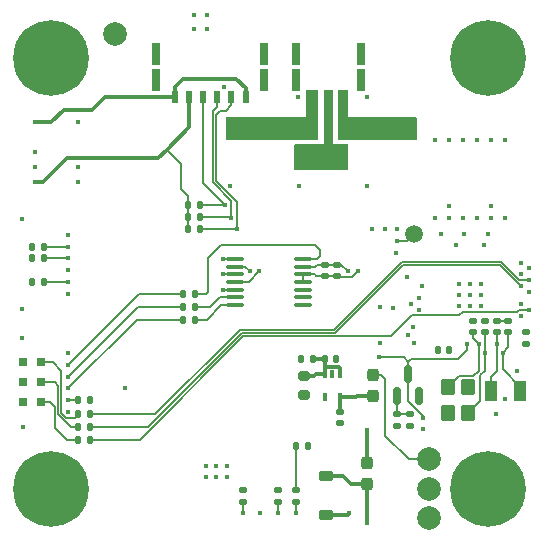
<source format=gbr>
%TF.GenerationSoftware,KiCad,Pcbnew,9.0.3*%
%TF.CreationDate,2025-07-31T21:13:17-04:00*%
%TF.ProjectId,motor-controller,6d6f746f-722d-4636-9f6e-74726f6c6c65,1*%
%TF.SameCoordinates,Original*%
%TF.FileFunction,Copper,L1,Top*%
%TF.FilePolarity,Positive*%
%FSLAX46Y46*%
G04 Gerber Fmt 4.6, Leading zero omitted, Abs format (unit mm)*
G04 Created by KiCad (PCBNEW 9.0.3) date 2025-07-31 21:13:17*
%MOMM*%
%LPD*%
G01*
G04 APERTURE LIST*
G04 Aperture macros list*
%AMRoundRect*
0 Rectangle with rounded corners*
0 $1 Rounding radius*
0 $2 $3 $4 $5 $6 $7 $8 $9 X,Y pos of 4 corners*
0 Add a 4 corners polygon primitive as box body*
4,1,4,$2,$3,$4,$5,$6,$7,$8,$9,$2,$3,0*
0 Add four circle primitives for the rounded corners*
1,1,$1+$1,$2,$3*
1,1,$1+$1,$4,$5*
1,1,$1+$1,$6,$7*
1,1,$1+$1,$8,$9*
0 Add four rect primitives between the rounded corners*
20,1,$1+$1,$2,$3,$4,$5,0*
20,1,$1+$1,$4,$5,$6,$7,0*
20,1,$1+$1,$6,$7,$8,$9,0*
20,1,$1+$1,$8,$9,$2,$3,0*%
G04 Aperture macros list end*
%TA.AperFunction,SMDPad,CuDef*%
%ADD10RoundRect,0.135000X0.185000X-0.135000X0.185000X0.135000X-0.185000X0.135000X-0.185000X-0.135000X0*%
%TD*%
%TA.AperFunction,SMDPad,CuDef*%
%ADD11RoundRect,0.135000X-0.185000X0.135000X-0.185000X-0.135000X0.185000X-0.135000X0.185000X0.135000X0*%
%TD*%
%TA.AperFunction,SMDPad,CuDef*%
%ADD12RoundRect,0.140000X0.170000X-0.140000X0.170000X0.140000X-0.170000X0.140000X-0.170000X-0.140000X0*%
%TD*%
%TA.AperFunction,SMDPad,CuDef*%
%ADD13RoundRect,0.135000X0.135000X0.185000X-0.135000X0.185000X-0.135000X-0.185000X0.135000X-0.185000X0*%
%TD*%
%TA.AperFunction,SMDPad,CuDef*%
%ADD14RoundRect,0.140000X0.140000X0.170000X-0.140000X0.170000X-0.140000X-0.170000X0.140000X-0.170000X0*%
%TD*%
%TA.AperFunction,SMDPad,CuDef*%
%ADD15RoundRect,0.140000X-0.140000X-0.170000X0.140000X-0.170000X0.140000X0.170000X-0.140000X0.170000X0*%
%TD*%
%TA.AperFunction,SMDPad,CuDef*%
%ADD16R,0.800000X0.800000*%
%TD*%
%TA.AperFunction,SMDPad,CuDef*%
%ADD17RoundRect,0.250000X-0.350000X0.450000X-0.350000X-0.450000X0.350000X-0.450000X0.350000X0.450000X0*%
%TD*%
%TA.AperFunction,SMDPad,CuDef*%
%ADD18RoundRect,0.150000X0.150000X-0.587500X0.150000X0.587500X-0.150000X0.587500X-0.150000X-0.587500X0*%
%TD*%
%TA.AperFunction,ComponentPad*%
%ADD19C,3.600000*%
%TD*%
%TA.AperFunction,ConnectorPad*%
%ADD20C,6.400000*%
%TD*%
%TA.AperFunction,SMDPad,CuDef*%
%ADD21RoundRect,0.135000X-0.135000X-0.185000X0.135000X-0.185000X0.135000X0.185000X-0.135000X0.185000X0*%
%TD*%
%TA.AperFunction,SMDPad,CuDef*%
%ADD22RoundRect,0.237500X0.237500X-0.287500X0.237500X0.287500X-0.237500X0.287500X-0.237500X-0.287500X0*%
%TD*%
%TA.AperFunction,SMDPad,CuDef*%
%ADD23RoundRect,0.100000X-0.100000X0.225000X-0.100000X-0.225000X0.100000X-0.225000X0.100000X0.225000X0*%
%TD*%
%TA.AperFunction,SMDPad,CuDef*%
%ADD24RoundRect,0.100000X-0.637500X-0.100000X0.637500X-0.100000X0.637500X0.100000X-0.637500X0.100000X0*%
%TD*%
%TA.AperFunction,SMDPad,CuDef*%
%ADD25R,0.600000X1.100000*%
%TD*%
%TA.AperFunction,SMDPad,CuDef*%
%ADD26R,0.700000X1.850000*%
%TD*%
%TA.AperFunction,SMDPad,CuDef*%
%ADD27C,1.500000*%
%TD*%
%TA.AperFunction,SMDPad,CuDef*%
%ADD28RoundRect,0.225000X-0.375000X0.225000X-0.375000X-0.225000X0.375000X-0.225000X0.375000X0.225000X0*%
%TD*%
%TA.AperFunction,SMDPad,CuDef*%
%ADD29RoundRect,0.140000X-0.170000X0.140000X-0.170000X-0.140000X0.170000X-0.140000X0.170000X0.140000X0*%
%TD*%
%TA.AperFunction,SMDPad,CuDef*%
%ADD30R,1.000000X1.800000*%
%TD*%
%TA.AperFunction,SMDPad,CuDef*%
%ADD31RoundRect,0.200000X0.275000X-0.200000X0.275000X0.200000X-0.275000X0.200000X-0.275000X-0.200000X0*%
%TD*%
%TA.AperFunction,ViaPad*%
%ADD32C,0.450000*%
%TD*%
%TA.AperFunction,ViaPad*%
%ADD33C,2.000000*%
%TD*%
%TA.AperFunction,Conductor*%
%ADD34C,0.153000*%
%TD*%
%TA.AperFunction,Conductor*%
%ADD35C,0.300000*%
%TD*%
%TA.AperFunction,Conductor*%
%ADD36C,0.200000*%
%TD*%
G04 APERTURE END LIST*
D10*
%TO.P,R35,1*%
%TO.N,Net-(J5-Pin_8)*%
X212250000Y-166610000D03*
%TO.P,R35,2*%
%TO.N,/BOOT_UART.TX*%
X212250000Y-165590000D03*
%TD*%
D11*
%TO.P,R34,1*%
%TO.N,+3V3*%
X210750000Y-165590000D03*
%TO.P,R34,2*%
%TO.N,/BOOT_UART.RX*%
X210750000Y-166610000D03*
%TD*%
D12*
%TO.P,C13,1*%
%TO.N,+3V3*%
X214700000Y-147480000D03*
%TO.P,C13,2*%
%TO.N,GND*%
X214700000Y-146520000D03*
%TD*%
D13*
%TO.P,R15,1*%
%TO.N,/motor_driver/LED_{FW_READY}*%
X194860000Y-160250000D03*
%TO.P,R15,2*%
%TO.N,Net-(D4-A)*%
X193840000Y-160250000D03*
%TD*%
D14*
%TO.P,C5,1*%
%TO.N,+3V0*%
X225230000Y-153750000D03*
%TO.P,C5,2*%
%TO.N,GND*%
X224270000Y-153750000D03*
%TD*%
D15*
%TO.P,C14,1*%
%TO.N,/3v3_FILT*%
X214720000Y-154500000D03*
%TO.P,C14,2*%
%TO.N,GND*%
X215680000Y-154500000D03*
%TD*%
D11*
%TO.P,R20,1*%
%TO.N,Net-(Q7-G)*%
X221900000Y-159190001D03*
%TO.P,R20,2*%
%TO.N,GND*%
X221900000Y-160209999D03*
%TD*%
D16*
%TO.P,D5,1,K*%
%TO.N,GND*%
X189150000Y-154800000D03*
%TO.P,D5,2,A*%
%TO.N,Net-(D5-A)*%
X190650000Y-154800000D03*
%TD*%
D12*
%TO.P,C21,1*%
%TO.N,/motor_driver/OSC_P*%
X228250000Y-152230000D03*
%TO.P,C21,2*%
%TO.N,GND*%
X228250000Y-151270000D03*
%TD*%
D17*
%TO.P,Y2,1,1*%
%TO.N,/motor_driver/OSC_N*%
X225150000Y-156900000D03*
%TO.P,Y2,2,2*%
%TO.N,GND*%
X225150000Y-159100000D03*
%TO.P,Y2,3,3*%
%TO.N,/motor_driver/OSC_P*%
X226850000Y-159100000D03*
%TO.P,Y2,4,4*%
%TO.N,GND*%
X226850000Y-156900000D03*
%TD*%
D13*
%TO.P,R8,1*%
%TO.N,/motor_driver/LED_{WARN}*%
X194860000Y-161350000D03*
%TO.P,R8,2*%
%TO.N,Net-(D3-A)*%
X193840000Y-161350000D03*
%TD*%
D18*
%TO.P,Q7,1,G*%
%TO.N,Net-(Q7-G)*%
X220800000Y-157687500D03*
%TO.P,Q7,2,S*%
%TO.N,GND*%
X222700000Y-157687500D03*
%TO.P,Q7,3,D*%
%TO.N,/motor_driver/NRST*%
X221750000Y-155812500D03*
%TD*%
D19*
%TO.P,H2,1*%
%TO.N,N/C*%
X228500000Y-129000000D03*
D20*
X228500000Y-129000000D03*
%TD*%
D19*
%TO.P,H1,1*%
%TO.N,N/C*%
X191500000Y-129000000D03*
D20*
X191500000Y-129000000D03*
%TD*%
D14*
%TO.P,C17,1*%
%TO.N,/3v3_FILT*%
X213680000Y-154500000D03*
%TO.P,C17,2*%
%TO.N,GND*%
X212720000Y-154500000D03*
%TD*%
D21*
%TO.P,R28,1*%
%TO.N,+3V3*%
X203090000Y-142500000D03*
%TO.P,R28,2*%
%TO.N,/motor_driver/HALL_{1}*%
X204110000Y-142500000D03*
%TD*%
%TO.P,R40,1*%
%TO.N,GND*%
X189940000Y-146000000D03*
%TO.P,R40,2*%
%TO.N,/encoder/SCK*%
X190960000Y-146000000D03*
%TD*%
D10*
%TO.P,R44,1*%
%TO.N,/BOOT_UART.RST*%
X220800000Y-160210000D03*
%TO.P,R44,2*%
%TO.N,Net-(Q7-G)*%
X220800000Y-159190000D03*
%TD*%
D21*
%TO.P,R29,1*%
%TO.N,+3V3*%
X203090000Y-143500000D03*
%TO.P,R29,2*%
%TO.N,/motor_driver/HALL_{2}*%
X204110000Y-143500000D03*
%TD*%
%TO.P,R31,1*%
%TO.N,GND*%
X189940000Y-148000000D03*
%TO.P,R31,2*%
%TO.N,/encoder/MOSI*%
X190960000Y-148000000D03*
%TD*%
D12*
%TO.P,C20,1*%
%TO.N,/motor_driver/OSC_N*%
X227250000Y-152230000D03*
%TO.P,C20,2*%
%TO.N,GND*%
X227250000Y-151270000D03*
%TD*%
D22*
%TO.P,F3,1*%
%TO.N,Net-(D7-A1)*%
X218250000Y-165075000D03*
%TO.P,F3,2*%
%TO.N,+3V3*%
X218250000Y-163325000D03*
%TD*%
D23*
%TO.P,U3,1,IN*%
%TO.N,/3v3_FILT*%
X216000000Y-155800000D03*
%TO.P,U3,2,GND*%
%TO.N,GND*%
X215350000Y-155800000D03*
%TO.P,U3,3,EN*%
%TO.N,/3v3_FILT*%
X214700000Y-155800000D03*
%TO.P,U3,4,NC*%
%TO.N,unconnected-(U3-NC-Pad4)*%
X214700000Y-157700000D03*
%TO.P,U3,5,OUT*%
%TO.N,/3v0_PREFUSE*%
X216000000Y-157700000D03*
%TD*%
D16*
%TO.P,D3,1,K*%
%TO.N,GND*%
X189150000Y-158200000D03*
%TO.P,D3,2,A*%
%TO.N,Net-(D3-A)*%
X190650000Y-158200000D03*
%TD*%
D24*
%TO.P,U2,1,CSn*%
%TO.N,/encoder/CSn*%
X207137500Y-146050000D03*
%TO.P,U2,2,CLK*%
%TO.N,/encoder/SCK*%
X207137500Y-146700000D03*
%TO.P,U2,3,MISO*%
%TO.N,/encoder/MISO*%
X207137500Y-147350000D03*
%TO.P,U2,4,MOSI*%
%TO.N,/encoder/MOSI*%
X207137500Y-148000000D03*
%TO.P,U2,5,Test*%
%TO.N,GND*%
X207137500Y-148650000D03*
%TO.P,U2,6,B*%
%TO.N,Net-(U2-B)*%
X207137500Y-149300000D03*
%TO.P,U2,7,A*%
%TO.N,Net-(U2-A)*%
X207137500Y-149950000D03*
%TO.P,U2,8,W/PWM*%
%TO.N,unconnected-(U2-W{slash}PWM-Pad8)*%
X212862500Y-149950000D03*
%TO.P,U2,9,V*%
%TO.N,unconnected-(U2-V-Pad9)*%
X212862500Y-149300000D03*
%TO.P,U2,10,U*%
%TO.N,unconnected-(U2-U-Pad10)*%
X212862500Y-148650000D03*
%TO.P,U2,11,VDD*%
%TO.N,+3V3*%
X212862500Y-148000000D03*
%TO.P,U2,12,VDD3V3*%
X212862500Y-147350000D03*
%TO.P,U2,13,GND*%
%TO.N,GND*%
X212862500Y-146700000D03*
%TO.P,U2,14,I*%
%TO.N,Net-(U2-I)*%
X212862500Y-146050000D03*
%TD*%
D16*
%TO.P,D4,1,K*%
%TO.N,GND*%
X189150000Y-156500000D03*
%TO.P,D4,2,A*%
%TO.N,Net-(D4-A)*%
X190650000Y-156500000D03*
%TD*%
D25*
%TO.P,J4,1,Pin_1*%
%TO.N,GND*%
X202000000Y-132300000D03*
%TO.P,J4,2,Pin_2*%
%TO.N,+3V3*%
X203200000Y-132300000D03*
%TO.P,J4,3,Pin_3*%
%TO.N,/motor_driver/HALL_{3}*%
X204400000Y-132300000D03*
%TO.P,J4,4,Pin_4*%
%TO.N,/motor_driver/HALL_{1}*%
X205600000Y-132300000D03*
%TO.P,J4,5,Pin_5*%
%TO.N,/motor_driver/HALL_{2}*%
X206800000Y-132300000D03*
%TO.P,J4,6,Pin_6*%
%TO.N,GND*%
X208000000Y-132300000D03*
D26*
%TO.P,J4,MP*%
%TO.N,N/C*%
X200450000Y-128675000D03*
X200450000Y-130875000D03*
X209550000Y-128675000D03*
X209550000Y-130875000D03*
%TD*%
D12*
%TO.P,C12,1*%
%TO.N,+3V3*%
X215700000Y-147480000D03*
%TO.P,C12,2*%
%TO.N,GND*%
X215700000Y-146520000D03*
%TD*%
D21*
%TO.P,R33,1*%
%TO.N,/encoder/VEL_ENC.A*%
X202690000Y-151200000D03*
%TO.P,R33,2*%
%TO.N,Net-(U2-A)*%
X203710000Y-151200000D03*
%TD*%
D19*
%TO.P,H3,1*%
%TO.N,N/C*%
X191500000Y-165500000D03*
D20*
X191500000Y-165500000D03*
%TD*%
D27*
%TO.P,TP5,1,1*%
%TO.N,Net-(U1E-OC_COMP)*%
X222250000Y-143900000D03*
%TD*%
D19*
%TO.P,H4,1*%
%TO.N,N/C*%
X228500000Y-165500000D03*
D20*
X228500000Y-165500000D03*
%TD*%
D21*
%TO.P,R41,1*%
%TO.N,/encoder/VEL_ENC.B*%
X202690000Y-150100000D03*
%TO.P,R41,2*%
%TO.N,Net-(U2-B)*%
X203710000Y-150100000D03*
%TD*%
%TO.P,R7,1*%
%TO.N,/motor_driver/VEL_ENC_{~{DET}}*%
X193840000Y-158000000D03*
%TO.P,R7,2*%
%TO.N,+3V3*%
X194860000Y-158000000D03*
%TD*%
D28*
%TO.P,D7,1,A1*%
%TO.N,Net-(D7-A1)*%
X214800000Y-164400000D03*
%TO.P,D7,2,A2*%
%TO.N,GND*%
X214800000Y-167700000D03*
%TD*%
D29*
%TO.P,C15,1*%
%TO.N,/3v0_PREFUSE*%
X216000000Y-158970000D03*
%TO.P,C15,2*%
%TO.N,GND*%
X216000000Y-159930000D03*
%TD*%
D10*
%TO.P,R37,1*%
%TO.N,/BOOT_UART.BOOT0*%
X207750000Y-166610000D03*
%TO.P,R37,2*%
%TO.N,GND*%
X207750000Y-165590000D03*
%TD*%
D13*
%TO.P,R32,1*%
%TO.N,/encoder/CSn*%
X190960000Y-145000000D03*
%TO.P,R32,2*%
%TO.N,+3V3*%
X189940000Y-145000000D03*
%TD*%
D25*
%TO.P,J2,1,Pin_1*%
%TO.N,/motor_driver/MOTOR_{W}*%
X213800000Y-132300000D03*
%TO.P,J2,2,Pin_2*%
%TO.N,/motor_driver/MOTOR_{U}*%
X215000000Y-132300000D03*
%TO.P,J2,3,Pin_3*%
%TO.N,/motor_driver/MOTOR_{V}*%
X216200000Y-132300000D03*
D26*
%TO.P,J2,MP*%
%TO.N,N/C*%
X212250000Y-128675000D03*
X212250000Y-130875000D03*
X217750000Y-128675000D03*
X217750000Y-130875000D03*
%TD*%
D29*
%TO.P,C3,1*%
%TO.N,+3V3*%
X231750000Y-152270000D03*
%TO.P,C3,2*%
%TO.N,GND*%
X231750000Y-153230000D03*
%TD*%
D22*
%TO.P,F1,1*%
%TO.N,/3v0_PREFUSE*%
X218750000Y-157625000D03*
%TO.P,F1,2*%
%TO.N,+3V0*%
X218750000Y-155875000D03*
%TD*%
D12*
%TO.P,C19,1*%
%TO.N,/motor_driver/OSC32_P*%
X230250000Y-152230000D03*
%TO.P,C19,2*%
%TO.N,GND*%
X230250000Y-151270000D03*
%TD*%
D13*
%TO.P,R16,1*%
%TO.N,/motor_driver/LED_{ERROR}*%
X194860000Y-159150000D03*
%TO.P,R16,2*%
%TO.N,Net-(D5-A)*%
X193840000Y-159150000D03*
%TD*%
D21*
%TO.P,R42,1*%
%TO.N,/encoder/VEL_ENC.Z*%
X202690000Y-149000000D03*
%TO.P,R42,2*%
%TO.N,Net-(U2-I)*%
X203710000Y-149000000D03*
%TD*%
%TO.P,R30,1*%
%TO.N,+3V3*%
X203090000Y-141500000D03*
%TO.P,R30,2*%
%TO.N,/motor_driver/HALL_{3}*%
X204110000Y-141500000D03*
%TD*%
D30*
%TO.P,Y1,1,1*%
%TO.N,/motor_driver/OSC32_N*%
X228750000Y-157250000D03*
%TO.P,Y1,2,2*%
%TO.N,/motor_driver/OSC32_P*%
X231250000Y-157250000D03*
%TD*%
D31*
%TO.P,L1,1,1*%
%TO.N,+3V3*%
X212950000Y-157575000D03*
%TO.P,L1,2,2*%
%TO.N,/3v3_FILT*%
X212950000Y-155925000D03*
%TD*%
D21*
%TO.P,R39,1*%
%TO.N,/BOOT_UART.TX*%
X212240000Y-161850000D03*
%TO.P,R39,2*%
%TO.N,/motor_driver/SWCLK*%
X213260000Y-161850000D03*
%TD*%
D12*
%TO.P,C18,1*%
%TO.N,/motor_driver/OSC32_N*%
X229250000Y-152230000D03*
%TO.P,C18,2*%
%TO.N,GND*%
X229250000Y-151270000D03*
%TD*%
D32*
%TO.N,/motor_driver/MOTOR_{U}*%
X212700000Y-138000000D03*
X213600000Y-138000000D03*
X216300000Y-136900000D03*
X212700000Y-136900000D03*
X215400000Y-138000000D03*
X215400000Y-136900000D03*
X216300000Y-138000000D03*
X214500000Y-136900000D03*
X228520000Y-143900000D03*
X213600000Y-136900000D03*
X214500000Y-138000000D03*
D33*
%TO.N,GND*%
X223500000Y-165500000D03*
D32*
X227900000Y-149100000D03*
X216750000Y-167575000D03*
X222900000Y-148350000D03*
X220500000Y-150169999D03*
X189940000Y-148000000D03*
X204650000Y-164550000D03*
X227000000Y-149100000D03*
X227000000Y-150000000D03*
X231350000Y-149850000D03*
X189150000Y-154800000D03*
X227900000Y-150000000D03*
X231750000Y-153230000D03*
X189150000Y-158200000D03*
X204650000Y-163550000D03*
X220850000Y-143490000D03*
X207750000Y-165590001D03*
X224250000Y-153750000D03*
X226100000Y-148200000D03*
X229250000Y-151270000D03*
X227900000Y-148200000D03*
X205500000Y-164550000D03*
X189940000Y-146000000D03*
X212720000Y-154500000D03*
X203600000Y-126600000D03*
X206400000Y-163550000D03*
X203600000Y-125400000D03*
X229950000Y-157900000D03*
X193000001Y-149000000D03*
X205500000Y-163550000D03*
X206400000Y-164550000D03*
X190180000Y-134460000D03*
X189100000Y-152700000D03*
X216625000Y-147100000D03*
X189125000Y-160300000D03*
X223000000Y-160480000D03*
X189150000Y-156500000D03*
X215350000Y-155800001D03*
X227250000Y-151270000D03*
X215680000Y-154500000D03*
X227000000Y-148200000D03*
X219800000Y-143520000D03*
X204700000Y-125400000D03*
X221700000Y-147550000D03*
X190180000Y-138270000D03*
X193000001Y-154000000D03*
X189100000Y-142700000D03*
X206100000Y-148650000D03*
X204700000Y-126600000D03*
X222700000Y-157687500D03*
X221900000Y-160199999D03*
X189100000Y-150300000D03*
X190200000Y-137000000D03*
X228250000Y-151270000D03*
X216000000Y-159930000D03*
X226850000Y-156900000D03*
X226100000Y-150000000D03*
X231000000Y-155500000D03*
X226100000Y-149100000D03*
X219350000Y-150140001D03*
X225150000Y-159100000D03*
D33*
%TO.N,+BATT*%
X196900000Y-127000000D03*
D32*
X219350000Y-153159999D03*
X197825000Y-156950000D03*
X229200000Y-159150000D03*
%TO.N,+3V0*%
X225230000Y-153750000D03*
X220725000Y-145540001D03*
X218750000Y-155875001D03*
X218725000Y-143490001D03*
D33*
X223500000Y-163000000D03*
D32*
%TO.N,/motor_driver/MOTOR_{V}*%
X220200000Y-135500000D03*
X222000000Y-135500000D03*
X221100000Y-135500000D03*
X219300000Y-135500000D03*
X218400000Y-135500000D03*
X221100000Y-134500000D03*
X218400000Y-134500000D03*
X220200000Y-134500000D03*
X222000000Y-134500000D03*
X226520000Y-143900000D03*
X219300000Y-134500000D03*
%TO.N,/motor_driver/MOTOR_{W}*%
X210500000Y-135500000D03*
X207800000Y-135500000D03*
X224520000Y-143900000D03*
X209600000Y-134400000D03*
X206900000Y-135500000D03*
X206900000Y-134400000D03*
X207800000Y-134400000D03*
X208700000Y-135500000D03*
X210500000Y-134400000D03*
X209600000Y-135500000D03*
X208700000Y-134400000D03*
%TO.N,Net-(U1E-OC_COMP)*%
X220825000Y-144525000D03*
%TO.N,/motor_driver/NRST*%
X226750000Y-153250000D03*
X223000000Y-159520000D03*
X193820000Y-134460000D03*
X219250000Y-154375000D03*
%TO.N,/motor_driver/OSC32_N*%
X229250000Y-153250000D03*
%TO.N,/motor_driver/OSC32_P*%
X229750000Y-154000000D03*
%TO.N,/motor_driver/OSC_N*%
X227750000Y-153250000D03*
%TO.N,/motor_driver/OSC_P*%
X228250000Y-154000000D03*
%TO.N,Net-(D1B-K)*%
X228200000Y-144900000D03*
X228800000Y-141590001D03*
%TO.N,Net-(D2B-K)*%
X225800000Y-144900000D03*
X225200000Y-141590001D03*
%TO.N,+3V3*%
X189940001Y-145000000D03*
X231750000Y-152270000D03*
X217525000Y-147100000D03*
X210750000Y-165590001D03*
X190180000Y-139540000D03*
X193000001Y-159000000D03*
X212950000Y-157575000D03*
X194859999Y-158000000D03*
X218250000Y-162150000D03*
X218250000Y-161300000D03*
X218250000Y-160500000D03*
D33*
X223500000Y-168000000D03*
D32*
X193000001Y-144000000D03*
%TO.N,/motor_driver/VEL_ENC_{~{DET}}*%
X222650000Y-150350000D03*
X193000000Y-158000000D03*
%TO.N,/encoder/VEL_ENC.B*%
X222650000Y-149350000D03*
X193000000Y-156000000D03*
%TO.N,/encoder/VEL_ENC.A*%
X222000000Y-149850000D03*
X193000000Y-157000000D03*
%TO.N,/encoder/VEL_ENC.Z*%
X231350000Y-150850000D03*
X193000000Y-155000000D03*
%TO.N,/encoder/MOSI*%
X193000000Y-148000000D03*
X209150000Y-147100000D03*
%TO.N,/encoder/SCK*%
X208350000Y-147100000D03*
X193000000Y-146000000D03*
%TO.N,/encoder/MISO*%
X193000000Y-147000000D03*
X206100000Y-147350000D03*
%TO.N,/encoder/CSn*%
X206100000Y-146050000D03*
X193000000Y-145000000D03*
%TO.N,/BOOT_UART.RST*%
X220800000Y-160209999D03*
X209250000Y-167575000D03*
%TO.N,Net-(Q1-G)*%
X212445000Y-132300000D03*
X228800000Y-142609999D03*
X228800000Y-135990001D03*
%TO.N,Net-(Q2-G)*%
X230000000Y-135990001D03*
X230000000Y-142609999D03*
X212495001Y-139900000D03*
%TO.N,Net-(Q3-G)*%
X218295001Y-132300000D03*
X226400000Y-142609999D03*
X226400000Y-135990001D03*
%TO.N,/motor_driver/LED_{WARN}*%
X232000000Y-150350000D03*
%TO.N,Net-(Q4-G)*%
X227600000Y-142609999D03*
X218295001Y-139900000D03*
X227600000Y-135990001D03*
%TO.N,Net-(Q5-G)*%
X206175000Y-131450000D03*
X224000000Y-142609999D03*
X224000000Y-135990001D03*
%TO.N,Net-(Q6-G)*%
X206695001Y-139900000D03*
X225200000Y-142609999D03*
X225200000Y-135990001D03*
%TO.N,/motor_driver/LED_{FW_READY}*%
X231350000Y-148350000D03*
%TO.N,/motor_driver/LED_{ERROR}*%
X232000000Y-147850000D03*
%TO.N,/motor_driver/HALL_{1}*%
X222250000Y-153153500D03*
X206800000Y-142550000D03*
%TO.N,/motor_driver/HALL_{2}*%
X221750000Y-152525000D03*
X207300000Y-143500000D03*
%TO.N,/motor_driver/HALL_{3}*%
X206250000Y-141500000D03*
X222200000Y-151850000D03*
%TO.N,/BOOT_UART.RX*%
X210750000Y-167575000D03*
X231350000Y-147350000D03*
%TO.N,Net-(J5-Pin_8)*%
X212250000Y-167575000D03*
%TO.N,/BOOT_UART.BOOT0*%
X207750000Y-167575000D03*
X232000000Y-148850000D03*
%TO.N,/motor_driver/SWCLK*%
X213259999Y-161850000D03*
X193820000Y-138270000D03*
X232000000Y-146850000D03*
%TO.N,Net-(D7-A1)*%
X218250000Y-166750000D03*
X218250000Y-168400000D03*
X218250000Y-167575000D03*
%TO.N,/motor_driver/SWDIO*%
X193820000Y-139540000D03*
X231350000Y-146350000D03*
%TD*%
D34*
%TO.N,GND*%
X207700000Y-165590001D02*
X207750000Y-165590001D01*
D35*
X192600000Y-133400000D02*
X191540000Y-134460000D01*
X202000000Y-132300000D02*
X196100000Y-132300000D01*
X207200000Y-130800000D02*
X202700000Y-130800000D01*
D36*
X212862500Y-146700000D02*
X213900000Y-146700000D01*
D35*
X208000000Y-132300000D02*
X208000000Y-131600000D01*
D34*
X227050000Y-156700000D02*
X226850000Y-156900000D01*
D36*
X214080000Y-146520000D02*
X214700000Y-146520000D01*
D34*
X227080000Y-156700000D02*
X227050000Y-156700000D01*
X230250000Y-151270000D02*
X229250000Y-151270000D01*
D36*
X213900000Y-146700000D02*
X214080000Y-146520000D01*
D35*
X202000000Y-131500000D02*
X202000000Y-132300000D01*
X195000000Y-133400000D02*
X192600000Y-133400000D01*
X202700000Y-130800000D02*
X202000000Y-131500000D01*
X216625000Y-167700000D02*
X216750000Y-167575000D01*
X196100000Y-132300000D02*
X195000000Y-133400000D01*
D36*
X216045000Y-146520000D02*
X216625000Y-147100000D01*
D35*
X214800000Y-167700000D02*
X216625000Y-167700000D01*
D34*
X206100000Y-148650000D02*
X207137500Y-148650000D01*
D35*
X191540000Y-134460000D02*
X190180000Y-134460000D01*
D34*
X222700000Y-157700000D02*
X222750000Y-157750000D01*
D36*
X215700000Y-146520000D02*
X214700000Y-146520000D01*
X215700000Y-146520000D02*
X216045000Y-146520000D01*
D35*
X208000000Y-131600000D02*
X207200000Y-130800000D01*
D34*
X222700000Y-157687500D02*
X222700000Y-157700000D01*
D36*
%TO.N,+3V0*%
X219800000Y-161000000D02*
X221800000Y-163000000D01*
X219475001Y-155875001D02*
X219800000Y-156200000D01*
X219800000Y-156200000D02*
X219800000Y-161000000D01*
X218750000Y-155875001D02*
X219475001Y-155875001D01*
X221800000Y-163000000D02*
X223500000Y-163000000D01*
D34*
%TO.N,Net-(U1E-OC_COMP)*%
X221625000Y-144525000D02*
X220825000Y-144525000D01*
X222250000Y-143900000D02*
X221625000Y-144525000D01*
D35*
%TO.N,/3v3_FILT*%
X213825000Y-155925000D02*
X213950000Y-155800000D01*
X212950000Y-155925000D02*
X213825000Y-155925000D01*
X214720000Y-155200000D02*
X214720000Y-155780000D01*
X214721999Y-155198001D02*
X214720000Y-155200000D01*
X215898001Y-155198001D02*
X214721999Y-155198001D01*
X216000000Y-155800000D02*
X216000000Y-155300000D01*
X216000000Y-155300000D02*
X215898001Y-155198001D01*
X214720000Y-155780000D02*
X214700000Y-155800000D01*
X213950000Y-155800000D02*
X214700000Y-155800000D01*
X214720000Y-154500000D02*
X214720000Y-155200000D01*
X213680000Y-154500000D02*
X214720000Y-154500000D01*
%TO.N,/3v0_PREFUSE*%
X216000000Y-157700000D02*
X217350000Y-157700000D01*
X217350000Y-157700000D02*
X217425001Y-157624999D01*
X216000000Y-158970000D02*
X216000000Y-157700000D01*
X217425001Y-157624999D02*
X218750000Y-157624999D01*
X216000001Y-157699999D02*
X216000000Y-157700000D01*
D34*
%TO.N,/motor_driver/NRST*%
X219250000Y-154375000D02*
X221375000Y-154375000D01*
X222000000Y-154500000D02*
X226000000Y-154500000D01*
X221750000Y-154750000D02*
X221750000Y-158100000D01*
X226000000Y-154500000D02*
X226750000Y-153750000D01*
X221375000Y-154375000D02*
X221750000Y-154750000D01*
X221750000Y-154750000D02*
X222000000Y-154500000D01*
X221750000Y-158100000D02*
X223000000Y-159350000D01*
X226750000Y-153750000D02*
X226750000Y-153250000D01*
X223000000Y-159350000D02*
X223000000Y-159520000D01*
%TO.N,/motor_driver/OSC32_N*%
X229250000Y-152230000D02*
X229250000Y-153250000D01*
X228750001Y-156024999D02*
X229250000Y-155525000D01*
X229250000Y-155525000D02*
X229250000Y-153250000D01*
X228750001Y-157250000D02*
X228750001Y-156024999D01*
%TO.N,/motor_driver/OSC32_P*%
X230250000Y-153500000D02*
X229750000Y-154000000D01*
X231249999Y-157250000D02*
X231249999Y-156849999D01*
X231249999Y-157500000D02*
X231249999Y-157950001D01*
X230250000Y-152230000D02*
X230250000Y-153500000D01*
X231200001Y-157549999D02*
X231249999Y-157500000D01*
X229750000Y-155350000D02*
X229750000Y-154000000D01*
X231249999Y-156849999D02*
X229750000Y-155350000D01*
%TO.N,/motor_driver/OSC_N*%
X227750000Y-155500000D02*
X227750000Y-153250000D01*
X225150000Y-156900000D02*
X226053500Y-155996500D01*
X227250000Y-152230000D02*
X227250000Y-152750000D01*
X227253500Y-155996500D02*
X227750000Y-155500000D01*
X226053500Y-155996500D02*
X227253500Y-155996500D01*
X227250000Y-152750000D02*
X227750000Y-153250000D01*
%TO.N,/motor_driver/OSC_P*%
X226850000Y-159100000D02*
X227850000Y-158100000D01*
X227850000Y-155900000D02*
X228250000Y-155500000D01*
X228250000Y-155500000D02*
X228250000Y-154000000D01*
X228250000Y-152230000D02*
X228250000Y-154000000D01*
X227850000Y-158100000D02*
X227850000Y-155900000D01*
D36*
%TO.N,+3V3*%
X201300000Y-136800000D02*
X202490000Y-137990000D01*
X203090001Y-141500000D02*
X203090001Y-142500000D01*
X213980000Y-147480000D02*
X214700000Y-147480000D01*
D35*
X203200000Y-134900000D02*
X201300000Y-136800000D01*
D36*
X203090001Y-142500000D02*
X203090001Y-143500000D01*
X215700000Y-147480000D02*
X214700000Y-147480000D01*
D35*
X218250000Y-163325001D02*
X218250000Y-160500000D01*
D36*
X213850000Y-147350000D02*
X213980000Y-147480000D01*
X215824000Y-147604000D02*
X217021000Y-147604000D01*
D35*
X190860000Y-139540000D02*
X190180000Y-139540000D01*
X200600000Y-137500000D02*
X192900000Y-137500000D01*
D36*
X217021000Y-147604000D02*
X217525000Y-147100000D01*
X202490000Y-137990000D02*
X202490000Y-140140000D01*
X212862500Y-147350000D02*
X213850000Y-147350000D01*
X212862500Y-148000000D02*
X212862500Y-147350000D01*
D35*
X203200000Y-132300000D02*
X203200000Y-134900000D01*
D36*
X203090001Y-140740001D02*
X203090001Y-141500000D01*
X215700000Y-147480000D02*
X215824000Y-147604000D01*
X202490000Y-140140000D02*
X203090001Y-140740001D01*
D35*
X192900000Y-137500000D02*
X190860000Y-139540000D01*
X201300000Y-136800000D02*
X200600000Y-137500000D01*
D34*
%TO.N,/motor_driver/VEL_ENC_{~{DET}}*%
X193840001Y-158000000D02*
X192900000Y-158000000D01*
X192900000Y-158000000D02*
X193000000Y-158000000D01*
%TO.N,/encoder/VEL_ENC.B*%
X193000000Y-156000000D02*
X198900000Y-150100000D01*
X198900000Y-150100000D02*
X202690001Y-150100000D01*
%TO.N,/encoder/VEL_ENC.A*%
X193000000Y-157000000D02*
X198800000Y-151200000D01*
X198800000Y-151200000D02*
X202690001Y-151200000D01*
%TO.N,/encoder/VEL_ENC.Z*%
X193000000Y-155000000D02*
X199000000Y-149000000D01*
X199000000Y-149000000D02*
X202690001Y-149000000D01*
%TO.N,/encoder/MOSI*%
X190960000Y-148000000D02*
X193000000Y-148000000D01*
X207137500Y-148000000D02*
X208250000Y-148000000D01*
X208250000Y-148000000D02*
X209150000Y-147100000D01*
%TO.N,/encoder/SCK*%
X207950000Y-146700000D02*
X208350000Y-147100000D01*
X190960000Y-146000000D02*
X193000000Y-146000000D01*
X207137500Y-146700000D02*
X207950000Y-146700000D01*
%TO.N,/encoder/MISO*%
X207137500Y-147350000D02*
X206100000Y-147350000D01*
%TO.N,/encoder/CSn*%
X190959999Y-145000000D02*
X193000000Y-145000000D01*
X207137500Y-146050000D02*
X206100000Y-146050000D01*
%TO.N,/motor_driver/LED_{WARN}*%
X230981470Y-150500000D02*
X231131470Y-150350000D01*
X207795980Y-152600000D02*
X220325000Y-152600000D01*
X220325000Y-152600000D02*
X222094500Y-150830500D01*
X222094500Y-150830500D02*
X226069500Y-150830500D01*
X226069500Y-150830500D02*
X226400000Y-150500000D01*
X199045980Y-161350000D02*
X207795980Y-152600000D01*
X226400000Y-150500000D02*
X230981470Y-150500000D01*
X231131470Y-150350000D02*
X232000000Y-150350000D01*
X194859999Y-161350000D02*
X199045980Y-161350000D01*
%TO.N,Net-(D3-A)*%
X191840000Y-158600000D02*
X191840000Y-160340000D01*
X191840000Y-160340000D02*
X192850000Y-161350000D01*
X192850000Y-161350000D02*
X193840001Y-161350000D01*
X191440000Y-158200000D02*
X191840000Y-158600000D01*
X190650000Y-158200000D02*
X191440000Y-158200000D01*
%TO.N,Net-(D4-A)*%
X190650000Y-156500000D02*
X191820000Y-156500000D01*
X193174491Y-160250000D02*
X193840001Y-160250000D01*
X191820000Y-156500000D02*
X192120000Y-156800000D01*
X192120000Y-159195509D02*
X193174491Y-160250000D01*
X192120000Y-156800000D02*
X192120000Y-159195509D01*
%TO.N,/motor_driver/LED_{FW_READY}*%
X199750000Y-160250000D02*
X207700000Y-152300000D01*
X231274490Y-148350000D02*
X231350000Y-148350000D01*
X215595980Y-152300000D02*
X221295980Y-146600000D01*
X221295980Y-146600000D02*
X229524490Y-146600000D01*
X194859999Y-160250000D02*
X199750000Y-160250000D01*
X207700000Y-152300000D02*
X215595980Y-152300000D01*
X229524490Y-146600000D02*
X231274490Y-148350000D01*
%TO.N,Net-(D5-A)*%
X192400000Y-159079529D02*
X192800971Y-159480500D01*
X193509501Y-159480500D02*
X193840001Y-159150000D01*
X191700000Y-154800000D02*
X192400000Y-155500000D01*
X192800971Y-159480500D02*
X193509501Y-159480500D01*
X190650000Y-154800000D02*
X191700000Y-154800000D01*
X192400000Y-155500000D02*
X192400000Y-159079529D01*
%TO.N,/motor_driver/LED_{ERROR}*%
X231170470Y-147850000D02*
X232000000Y-147850000D01*
X194859999Y-159150000D02*
X200350000Y-159150000D01*
X221200000Y-146300000D02*
X229620470Y-146300000D01*
X215480000Y-152020000D02*
X221200000Y-146300000D01*
X229620470Y-146300000D02*
X231170470Y-147850000D01*
X207480000Y-152020000D02*
X215480000Y-152020000D01*
X200350000Y-159150000D02*
X207480000Y-152020000D01*
%TO.N,/motor_driver/HALL_{1}*%
X205600000Y-133150000D02*
X205600000Y-132300000D01*
X204109999Y-142500000D02*
X206750000Y-142500000D01*
X205200000Y-139545980D02*
X205200000Y-133550000D01*
X206800000Y-142550000D02*
X206800000Y-141145980D01*
X205200000Y-133550000D02*
X205600000Y-133150000D01*
X206750000Y-142500000D02*
X206800000Y-142550000D01*
X206800000Y-141145980D02*
X205200000Y-139545980D01*
%TO.N,/motor_driver/HALL_{2}*%
X204109999Y-143500000D02*
X207300000Y-143500000D01*
X207300000Y-141250000D02*
X205480000Y-139430000D01*
X206800000Y-133000000D02*
X206800000Y-132300000D01*
X207300000Y-143500000D02*
X207300000Y-141250000D01*
X205800000Y-133500000D02*
X206300000Y-133500000D01*
X205480000Y-139430000D02*
X205480000Y-133820000D01*
X206300000Y-133500000D02*
X206800000Y-133000000D01*
X205480000Y-133820000D02*
X205800000Y-133500000D01*
%TO.N,/motor_driver/HALL_{3}*%
X204109999Y-141500000D02*
X206250000Y-141500000D01*
X206250000Y-141500000D02*
X204400000Y-139650000D01*
X204400000Y-139650000D02*
X204400000Y-132300000D01*
%TO.N,Net-(U2-A)*%
X205950000Y-149950000D02*
X204700000Y-151200000D01*
X204700000Y-151200000D02*
X203709999Y-151200000D01*
X207137500Y-149950000D02*
X205950000Y-149950000D01*
%TO.N,/BOOT_UART.RX*%
X210750000Y-166609999D02*
X210750000Y-167575000D01*
%TO.N,Net-(J5-Pin_8)*%
X212250000Y-166609999D02*
X212250000Y-167575000D01*
%TO.N,/BOOT_UART.TX*%
X212240001Y-161850000D02*
X212240001Y-165580002D01*
X212240001Y-165580002D02*
X212250000Y-165590001D01*
%TO.N,/BOOT_UART.BOOT0*%
X207750000Y-166609999D02*
X207750000Y-167575000D01*
%TO.N,Net-(U2-B)*%
X205000000Y-150100000D02*
X203709999Y-150100000D01*
X207137500Y-149300000D02*
X205800000Y-149300000D01*
X205800000Y-149300000D02*
X205000000Y-150100000D01*
%TO.N,Net-(U2-I)*%
X204819500Y-145980500D02*
X205900000Y-144900000D01*
X214050000Y-146050000D02*
X212862500Y-146050000D01*
X214300000Y-145300000D02*
X214300000Y-145800000D01*
X204639000Y-149000000D02*
X203709999Y-149000000D01*
X204819500Y-148819500D02*
X204639000Y-149000000D01*
X204819500Y-148819500D02*
X204819500Y-145980500D01*
X205900000Y-144900000D02*
X213900000Y-144900000D01*
X213900000Y-144900000D02*
X214300000Y-145300000D01*
X214300000Y-145800000D02*
X214050000Y-146050000D01*
D35*
%TO.N,Net-(D7-A1)*%
X218250000Y-167575000D02*
X218250000Y-166750000D01*
X214800000Y-164400000D02*
X216250000Y-164400000D01*
X218250000Y-168400000D02*
X218250000Y-167575000D01*
X218250000Y-166750000D02*
X218250000Y-165074999D01*
X216925000Y-165075000D02*
X218250000Y-165075000D01*
X216250000Y-164400000D02*
X216925000Y-165075000D01*
D34*
%TO.N,Net-(Q7-G)*%
X220800000Y-159190001D02*
X220800000Y-157687500D01*
X220800000Y-159190000D02*
X221900000Y-159190001D01*
%TD*%
%TA.AperFunction,Conductor*%
%TO.N,/motor_driver/MOTOR_{U}*%
G36*
X215343039Y-131719685D02*
G01*
X215388794Y-131772489D01*
X215400000Y-131824000D01*
X215400000Y-136300000D01*
X216576000Y-136300000D01*
X216643039Y-136319685D01*
X216688794Y-136372489D01*
X216700000Y-136424000D01*
X216700000Y-138376000D01*
X216680315Y-138443039D01*
X216627511Y-138488794D01*
X216576000Y-138500000D01*
X212224000Y-138500000D01*
X212156961Y-138480315D01*
X212111206Y-138427511D01*
X212100000Y-138376000D01*
X212100000Y-136424000D01*
X212119685Y-136356961D01*
X212172489Y-136311206D01*
X212224000Y-136300000D01*
X214600000Y-136300000D01*
X214600000Y-131824000D01*
X214619685Y-131756961D01*
X214672489Y-131711206D01*
X214724000Y-131700000D01*
X215276000Y-131700000D01*
X215343039Y-131719685D01*
G37*
%TD.AperFunction*%
%TD*%
%TA.AperFunction,Conductor*%
%TO.N,/motor_driver/MOTOR_{W}*%
G36*
X214043039Y-131719685D02*
G01*
X214088794Y-131772489D01*
X214100000Y-131824000D01*
X214100000Y-135876000D01*
X214080315Y-135943039D01*
X214027511Y-135988794D01*
X213976000Y-136000000D01*
X206424000Y-136000000D01*
X206356961Y-135980315D01*
X206311206Y-135927511D01*
X206300000Y-135876000D01*
X206300000Y-134124000D01*
X206319685Y-134056961D01*
X206372489Y-134011206D01*
X206424000Y-134000000D01*
X213100000Y-134000000D01*
X213100000Y-131824000D01*
X213119685Y-131756961D01*
X213172489Y-131711206D01*
X213224000Y-131700000D01*
X213976000Y-131700000D01*
X214043039Y-131719685D01*
G37*
%TD.AperFunction*%
%TD*%
%TA.AperFunction,Conductor*%
%TO.N,/motor_driver/MOTOR_{V}*%
G36*
X216643039Y-131719685D02*
G01*
X216688794Y-131772489D01*
X216700000Y-131824000D01*
X216700000Y-134000000D01*
X222376000Y-134000000D01*
X222443039Y-134019685D01*
X222488794Y-134072489D01*
X222500000Y-134124000D01*
X222500000Y-135876000D01*
X222480315Y-135943039D01*
X222427511Y-135988794D01*
X222376000Y-136000000D01*
X215924000Y-136000000D01*
X215856961Y-135980315D01*
X215811206Y-135927511D01*
X215800000Y-135876000D01*
X215800000Y-131824000D01*
X215819685Y-131756961D01*
X215872489Y-131711206D01*
X215924000Y-131700000D01*
X216576000Y-131700000D01*
X216643039Y-131719685D01*
G37*
%TD.AperFunction*%
%TD*%
M02*

</source>
